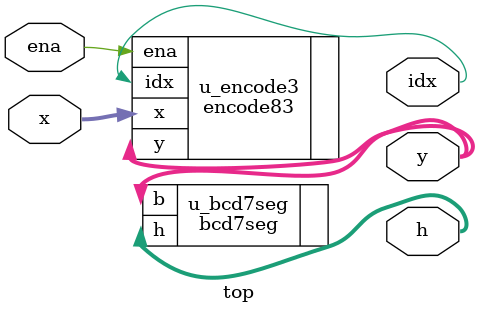
<source format=sv>
`timescale 1ns / 1ps


module top(
    input logic [7:0] x,
    input logic ena,
    output logic [2:0] y,
    output logic idx,
    output logic [6:0] h
);
    encode83 u_encode3(.x(x), .ena(ena), .y(y), .idx(idx));
		/* verilator lint_off WIDTHEXPAND */
    bcd7seg u_bcd7seg(.b(y), .h(h));
endmodule

</source>
